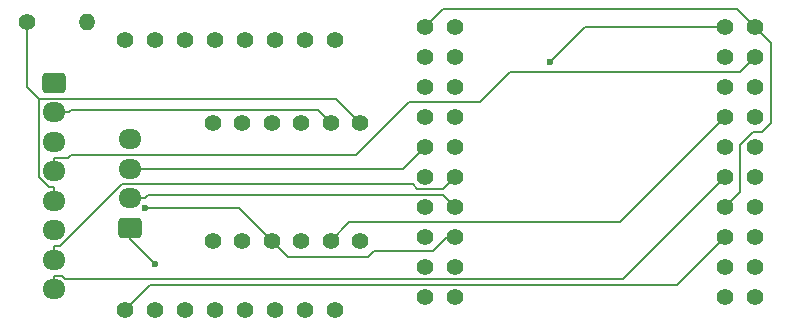
<source format=gbr>
%TF.GenerationSoftware,KiCad,Pcbnew,8.0.6*%
%TF.CreationDate,2024-11-24T10:07:13-07:00*%
%TF.ProjectId,Pellet Stove PCB,50656c6c-6574-4205-9374-6f7665205043,rev?*%
%TF.SameCoordinates,Original*%
%TF.FileFunction,Copper,L1,Top*%
%TF.FilePolarity,Positive*%
%FSLAX46Y46*%
G04 Gerber Fmt 4.6, Leading zero omitted, Abs format (unit mm)*
G04 Created by KiCad (PCBNEW 8.0.6) date 2024-11-24 10:07:13*
%MOMM*%
%LPD*%
G01*
G04 APERTURE LIST*
G04 Aperture macros list*
%AMRoundRect*
0 Rectangle with rounded corners*
0 $1 Rounding radius*
0 $2 $3 $4 $5 $6 $7 $8 $9 X,Y pos of 4 corners*
0 Add a 4 corners polygon primitive as box body*
4,1,4,$2,$3,$4,$5,$6,$7,$8,$9,$2,$3,0*
0 Add four circle primitives for the rounded corners*
1,1,$1+$1,$2,$3*
1,1,$1+$1,$4,$5*
1,1,$1+$1,$6,$7*
1,1,$1+$1,$8,$9*
0 Add four rect primitives between the rounded corners*
20,1,$1+$1,$2,$3,$4,$5,0*
20,1,$1+$1,$4,$5,$6,$7,0*
20,1,$1+$1,$6,$7,$8,$9,0*
20,1,$1+$1,$8,$9,$2,$3,0*%
G04 Aperture macros list end*
%TA.AperFunction,ComponentPad*%
%ADD10C,1.400000*%
%TD*%
%TA.AperFunction,ComponentPad*%
%ADD11RoundRect,0.250000X0.725000X-0.600000X0.725000X0.600000X-0.725000X0.600000X-0.725000X-0.600000X0*%
%TD*%
%TA.AperFunction,ComponentPad*%
%ADD12O,1.950000X1.700000*%
%TD*%
%TA.AperFunction,ComponentPad*%
%ADD13RoundRect,0.250000X-0.725000X0.600000X-0.725000X-0.600000X0.725000X-0.600000X0.725000X0.600000X0*%
%TD*%
%TA.AperFunction,ComponentPad*%
%ADD14O,1.400000X1.400000*%
%TD*%
%TA.AperFunction,ViaPad*%
%ADD15C,0.600000*%
%TD*%
%TA.AperFunction,Conductor*%
%ADD16C,0.200000*%
%TD*%
G04 APERTURE END LIST*
D10*
%TO.P,J1,1,1*%
%TO.N,unconnected-(J1-Pad1)*%
X125690000Y-99650000D03*
%TO.P,J1,2,2*%
%TO.N,unconnected-(J1-Pad2)*%
X123150000Y-99650000D03*
%TO.P,J1,3,3*%
%TO.N,unconnected-(J1-Pad3)*%
X120610000Y-99650000D03*
%TO.P,J1,4,4*%
%TO.N,unconnected-(J1-Pad4)*%
X118070000Y-99650000D03*
%TO.P,J1,5,5*%
%TO.N,unconnected-(J1-Pad5)*%
X115530000Y-99650000D03*
%TO.P,J1,6,6*%
%TO.N,unconnected-(J1-Pad6)*%
X112990000Y-99650000D03*
%TO.P,J1,7,7*%
%TO.N,unconnected-(J1-Pad7)*%
X110450000Y-99650000D03*
%TO.P,J1,8,8*%
%TO.N,unconnected-(J1-Pad8)*%
X107910000Y-99650000D03*
%TO.P,J1,9,9*%
%TO.N,Net-(J2-HV)*%
X107910000Y-122510000D03*
%TO.P,J1,10,10*%
%TO.N,GND*%
X110450000Y-122510000D03*
%TO.P,J1,11,11*%
%TO.N,unconnected-(J1-Pad11)*%
X112990000Y-122510000D03*
%TO.P,J1,12,12*%
%TO.N,unconnected-(J1-Pad12)*%
X115530000Y-122510000D03*
%TO.P,J1,13,13*%
%TO.N,Net-(J2-HV2)*%
X118070000Y-122510000D03*
%TO.P,J1,14,14*%
%TO.N,Net-(U1-RXD)*%
X120610000Y-122510000D03*
%TO.P,J1,15,15*%
%TO.N,unconnected-(J1-Pad15)*%
X123150000Y-122510000D03*
%TO.P,J1,16,16*%
%TO.N,unconnected-(J1-Pad16)*%
X125690000Y-122510000D03*
%TD*%
D11*
%TO.P,J6,1,Pin_1*%
%TO.N,GND*%
X108350000Y-115550000D03*
D12*
%TO.P,J6,2,Pin_2*%
%TO.N,Net-(J6-Pin_2)*%
X108350000Y-113050000D03*
%TO.P,J6,3,Pin_3*%
%TO.N,Net-(J6-Pin_3)*%
X108350000Y-110550000D03*
%TO.P,J6,4,Pin_4*%
%TO.N,Net-(J2-3.3v)*%
X108350000Y-108050000D03*
%TD*%
D13*
%TO.P,J4,1,Pin_1*%
%TO.N,GND*%
X101940000Y-103260000D03*
D12*
%TO.P,J4,2,Pin_2*%
%TO.N,Net-(J2-HV3)*%
X101940000Y-105760000D03*
%TO.P,J4,3,Pin_3*%
%TO.N,unconnected-(J4-Pin_3-Pad3)*%
X101940000Y-108260000D03*
%TO.P,J4,4,Pin_4*%
%TO.N,Net-(J4-Pin_4)*%
X101940000Y-110760000D03*
%TO.P,J4,5,Pin_5*%
%TO.N,Net-(J2-HV4)*%
X101940000Y-113260000D03*
%TO.P,J4,6,Pin_6*%
%TO.N,Net-(J2-HV1)*%
X101940000Y-115760000D03*
%TO.P,J4,7,Pin_7*%
%TO.N,Net-(J4-Pin_7)*%
X101940000Y-118260000D03*
%TO.P,J4,8,Pin_8*%
%TO.N,Net-(J4-Pin_8)*%
X101940000Y-120760000D03*
%TD*%
D10*
%TO.P,U1,1,GND*%
%TO.N,GND*%
X133320000Y-98550000D03*
%TO.P,U1,2,RST*%
%TO.N,unconnected-(U1-RST-Pad2)*%
X135860000Y-98550000D03*
%TO.P,U1,3,NC*%
%TO.N,unconnected-(U1-NC-Pad3)*%
X133320000Y-101090000D03*
%TO.P,U1,4,IO_36/SVP/A0*%
%TO.N,unconnected-(U1-IO_36{slash}SVP{slash}A0-Pad4)*%
X135860000Y-101090000D03*
%TO.P,U1,5,IO_39/SVN*%
%TO.N,unconnected-(U1-IO_39{slash}SVN-Pad5)*%
X133320000Y-103630000D03*
%TO.P,U1,6,IO_26/D0*%
%TO.N,Net-(J2-LV1)*%
X135860000Y-103630000D03*
%TO.P,U1,7,IO_35*%
%TO.N,unconnected-(U1-IO_35-Pad7)*%
X133320000Y-106170000D03*
%TO.P,U1,8,IO_18/D5*%
%TO.N,unconnected-(U1-IO_18{slash}D5-Pad8)*%
X135860000Y-106170000D03*
%TO.P,U1,9,IO_33*%
%TO.N,Net-(J6-Pin_3)*%
X133320000Y-108710000D03*
%TO.P,U1,10,IO_19/D6*%
%TO.N,unconnected-(U1-IO_19{slash}D6-Pad10)*%
X135860000Y-108710000D03*
%TO.P,U1,11,IO_34*%
%TO.N,unconnected-(U1-IO_34-Pad11)*%
X133320000Y-111250000D03*
%TO.P,U1,12,IO_23/D7*%
%TO.N,Net-(J4-Pin_7)*%
X135860000Y-111250000D03*
%TO.P,U1,13,IO_14/TMS*%
%TO.N,unconnected-(U1-IO_14{slash}TMS-Pad13)*%
X133320000Y-113790000D03*
%TO.P,U1,14,IO_05/D8*%
%TO.N,Net-(J6-Pin_2)*%
X135860000Y-113790000D03*
%TO.P,U1,15,NC*%
%TO.N,unconnected-(U1-NC-Pad15)*%
X133320000Y-116330000D03*
%TO.P,U1,16,3V3*%
%TO.N,Net-(J2-3.3v)*%
X135860000Y-116330000D03*
%TO.P,U1,17,IO_09/SD2*%
%TO.N,unconnected-(U1-IO_09{slash}SD2-Pad17)*%
X133320000Y-118870000D03*
%TO.P,U1,18,IO_13/TCK*%
%TO.N,unconnected-(U1-IO_13{slash}TCK-Pad18)*%
X135860000Y-118870000D03*
%TO.P,U1,19,CMD*%
%TO.N,unconnected-(U1-CMD-Pad19)*%
X133320000Y-121410000D03*
%TO.P,U1,20,IO_10/SD3*%
%TO.N,unconnected-(U1-IO_10{slash}SD3-Pad20)*%
X135860000Y-121410000D03*
%TO.P,U1,21,TXD*%
%TO.N,Net-(J2-LV2)*%
X158720000Y-98550000D03*
%TO.P,U1,22,GND*%
%TO.N,GND*%
X161260000Y-98550000D03*
%TO.P,U1,23,RXD*%
%TO.N,Net-(U1-RXD)*%
X158720000Y-101090000D03*
%TO.P,U1,24,IO_27*%
%TO.N,Net-(J4-Pin_4)*%
X161260000Y-101090000D03*
%TO.P,U1,25,IO_22/D1/SCL*%
%TO.N,unconnected-(U1-IO_22{slash}D1{slash}SCL-Pad25)*%
X158720000Y-103630000D03*
%TO.P,U1,26,IO_25*%
%TO.N,Net-(J2-LV4)*%
X161260000Y-103630000D03*
%TO.P,U1,27,IO_21/D2/SDA*%
%TO.N,Net-(J2-LV3)*%
X158720000Y-106170000D03*
%TO.P,U1,28,IO_32*%
%TO.N,unconnected-(U1-IO_32-Pad28)*%
X161260000Y-106170000D03*
%TO.P,U1,29,IO_17/D3*%
%TO.N,unconnected-(U1-IO_17{slash}D3-Pad29)*%
X158720000Y-108710000D03*
%TO.P,U1,30,IO_12/TDI*%
%TO.N,unconnected-(U1-IO_12{slash}TDI-Pad30)*%
X161260000Y-108710000D03*
%TO.P,U1,31,IO_16/D4*%
%TO.N,Net-(J4-Pin_8)*%
X158720000Y-111250000D03*
%TO.P,U1,32,IO_04*%
%TO.N,unconnected-(U1-IO_04-Pad32)*%
X161260000Y-111250000D03*
%TO.P,U1,33,GND*%
%TO.N,GND*%
X158720000Y-113790000D03*
%TO.P,U1,34,IO_00*%
%TO.N,unconnected-(U1-IO_00-Pad34)*%
X161260000Y-113790000D03*
%TO.P,U1,35,VCC_(USB)*%
%TO.N,Net-(J2-HV)*%
X158720000Y-116330000D03*
%TO.P,U1,36,IO_02*%
%TO.N,unconnected-(U1-IO_02-Pad36)*%
X161260000Y-116330000D03*
%TO.P,U1,37,TD0*%
%TO.N,unconnected-(U1-TD0-Pad37)*%
X158720000Y-118870000D03*
%TO.P,U1,38,SD1*%
%TO.N,unconnected-(U1-SD1-Pad38)*%
X161260000Y-118870000D03*
%TO.P,U1,39,SD0*%
%TO.N,unconnected-(U1-SD0-Pad39)*%
X158720000Y-121410000D03*
%TO.P,U1,40,CLK*%
%TO.N,unconnected-(U1-CLK-Pad40)*%
X161260000Y-121410000D03*
%TD*%
%TO.P,J2,1,LV1*%
%TO.N,Net-(J2-LV1)*%
X115340000Y-116640000D03*
%TO.P,J2,2,LV2*%
%TO.N,Net-(J2-LV2)*%
X117840000Y-116640000D03*
%TO.P,J2,3,3.3v*%
%TO.N,Net-(J2-3.3v)*%
X120340000Y-116640000D03*
%TO.P,J2,4,GND*%
%TO.N,GND*%
X122840000Y-116640000D03*
%TO.P,J2,5,LV3*%
%TO.N,Net-(J2-LV3)*%
X125340000Y-116640000D03*
%TO.P,J2,6,LV4*%
%TO.N,Net-(J2-LV4)*%
X127840000Y-116640000D03*
%TO.P,J2,7,HV4*%
%TO.N,Net-(J2-HV4)*%
X127840000Y-106640000D03*
%TO.P,J2,8,HV3*%
%TO.N,Net-(J2-HV3)*%
X125340000Y-106640000D03*
%TO.P,J2,9,GND*%
%TO.N,GND*%
X122840000Y-106640000D03*
%TO.P,J2,10,HV*%
%TO.N,Net-(J2-HV)*%
X120340000Y-106640000D03*
%TO.P,J2,11,HV2*%
%TO.N,Net-(J2-HV2)*%
X117840000Y-106640000D03*
%TO.P,J2,12,HV1*%
%TO.N,Net-(J2-HV1)*%
X115340000Y-106640000D03*
%TD*%
%TO.P,R1,1*%
%TO.N,Net-(J2-HV4)*%
X99630000Y-98160000D03*
D14*
%TO.P,R1,2*%
%TO.N,GND*%
X104710000Y-98160000D03*
%TD*%
D15*
%TO.N,Net-(J2-LV2)*%
X143882000Y-101532000D03*
%TO.N,Net-(J2-3.3v)*%
X109647000Y-113847000D03*
%TO.N,GND*%
X110481000Y-118615000D03*
%TD*%
D16*
%TO.N,GND*%
X133320000Y-98550000D02*
X134840000Y-97030000D01*
X134840000Y-97030000D02*
X159740000Y-97030000D01*
X159740000Y-97030000D02*
X161260000Y-98550000D01*
X161260000Y-98550000D02*
X162610000Y-99900000D01*
X162610000Y-106640000D02*
X161810000Y-107440000D01*
X161081000Y-107440000D02*
X159990000Y-108531000D01*
X162610000Y-99900000D02*
X162610000Y-106640000D01*
X161810000Y-107440000D02*
X161081000Y-107440000D01*
X159990000Y-108531000D02*
X159990000Y-112520000D01*
X159990000Y-112520000D02*
X158720000Y-113790000D01*
%TO.N,Net-(J2-3.3v)*%
X135860000Y-116330000D02*
X135170000Y-116330000D01*
X134000000Y-117500000D02*
X128990000Y-117500000D01*
X121710000Y-118010000D02*
X120340000Y-116640000D01*
X135170000Y-116330000D02*
X134000000Y-117500000D01*
X128990000Y-117500000D02*
X128480000Y-118010000D01*
X128480000Y-118010000D02*
X121710000Y-118010000D01*
%TO.N,Net-(J4-Pin_7)*%
X101940000Y-118260000D02*
X101940000Y-117108000D01*
X102412000Y-117108000D02*
X107656000Y-111864000D01*
X134851000Y-112259000D02*
X135860000Y-111250000D01*
X107656000Y-111864000D02*
X132284000Y-111864000D01*
X132284000Y-111864000D02*
X132679000Y-112259000D01*
X101940000Y-117108000D02*
X102412000Y-117108000D01*
X132679000Y-112259000D02*
X134851000Y-112259000D01*
%TO.N,Net-(J6-Pin_2)*%
X134850000Y-112780000D02*
X135860000Y-113790000D01*
X109897000Y-112780000D02*
X134850000Y-112780000D01*
X109627000Y-113050000D02*
X109897000Y-112780000D01*
X108350000Y-113050000D02*
X109627000Y-113050000D01*
%TO.N,Net-(J6-Pin_3)*%
X131480000Y-110550000D02*
X108350000Y-110550000D01*
X133320000Y-108710000D02*
X131480000Y-110550000D01*
%TO.N,Net-(J4-Pin_8)*%
X150087000Y-119883000D02*
X158720000Y-111250000D01*
X102817000Y-119883000D02*
X150087000Y-119883000D01*
X102542000Y-119608000D02*
X102817000Y-119883000D01*
X101940000Y-119608000D02*
X102542000Y-119608000D01*
X101940000Y-120760000D02*
X101940000Y-119608000D01*
%TO.N,Net-(J4-Pin_4)*%
X101940000Y-109608000D02*
X101940000Y-110760000D01*
X103092000Y-109608000D02*
X101940000Y-109608000D01*
X103304000Y-109396000D02*
X103092000Y-109608000D01*
X127453000Y-109396000D02*
X103304000Y-109396000D01*
X131949000Y-104900000D02*
X127453000Y-109396000D01*
X137938000Y-104900000D02*
X131949000Y-104900000D01*
X140478000Y-102360000D02*
X137938000Y-104900000D01*
X159990000Y-102360000D02*
X140478000Y-102360000D01*
X161260000Y-101090000D02*
X159990000Y-102360000D01*
%TO.N,Net-(J2-LV2)*%
X146864000Y-98550000D02*
X158720000Y-98550000D01*
X143882000Y-101532000D02*
X146864000Y-98550000D01*
%TO.N,Net-(J2-3.3v)*%
X117547000Y-113847000D02*
X109647000Y-113847000D01*
X120340000Y-116640000D02*
X117547000Y-113847000D01*
%TO.N,Net-(J2-LV3)*%
X149830000Y-115060000D02*
X158720000Y-106170000D01*
X126920000Y-115060000D02*
X149830000Y-115060000D01*
X125340000Y-116640000D02*
X126920000Y-115060000D01*
%TO.N,Net-(J2-HV)*%
X154642000Y-120408000D02*
X158720000Y-116330000D01*
X110012000Y-120408000D02*
X154642000Y-120408000D01*
X107910000Y-122510000D02*
X110012000Y-120408000D01*
%TO.N,Net-(J2-HV3)*%
X124291000Y-105591000D02*
X125340000Y-106640000D01*
X103386000Y-105591000D02*
X124291000Y-105591000D01*
X103217000Y-105760000D02*
X103386000Y-105591000D01*
X101940000Y-105760000D02*
X103217000Y-105760000D01*
%TO.N,Net-(J2-HV4)*%
X101940000Y-112108000D02*
X101940000Y-113260000D01*
X101488000Y-112108000D02*
X101940000Y-112108000D01*
X100617000Y-111237000D02*
X101488000Y-112108000D01*
X100617000Y-104606000D02*
X100617000Y-111237000D01*
X125806000Y-104606000D02*
X100617000Y-104606000D01*
X127840000Y-106640000D02*
X125806000Y-104606000D01*
X99630000Y-103618000D02*
X99630000Y-98160000D01*
X100617000Y-104606000D02*
X99630000Y-103618000D01*
%TO.N,GND*%
X108350000Y-116484000D02*
X110481000Y-118615000D01*
X108350000Y-115550000D02*
X108350000Y-116484000D01*
%TD*%
M02*

</source>
